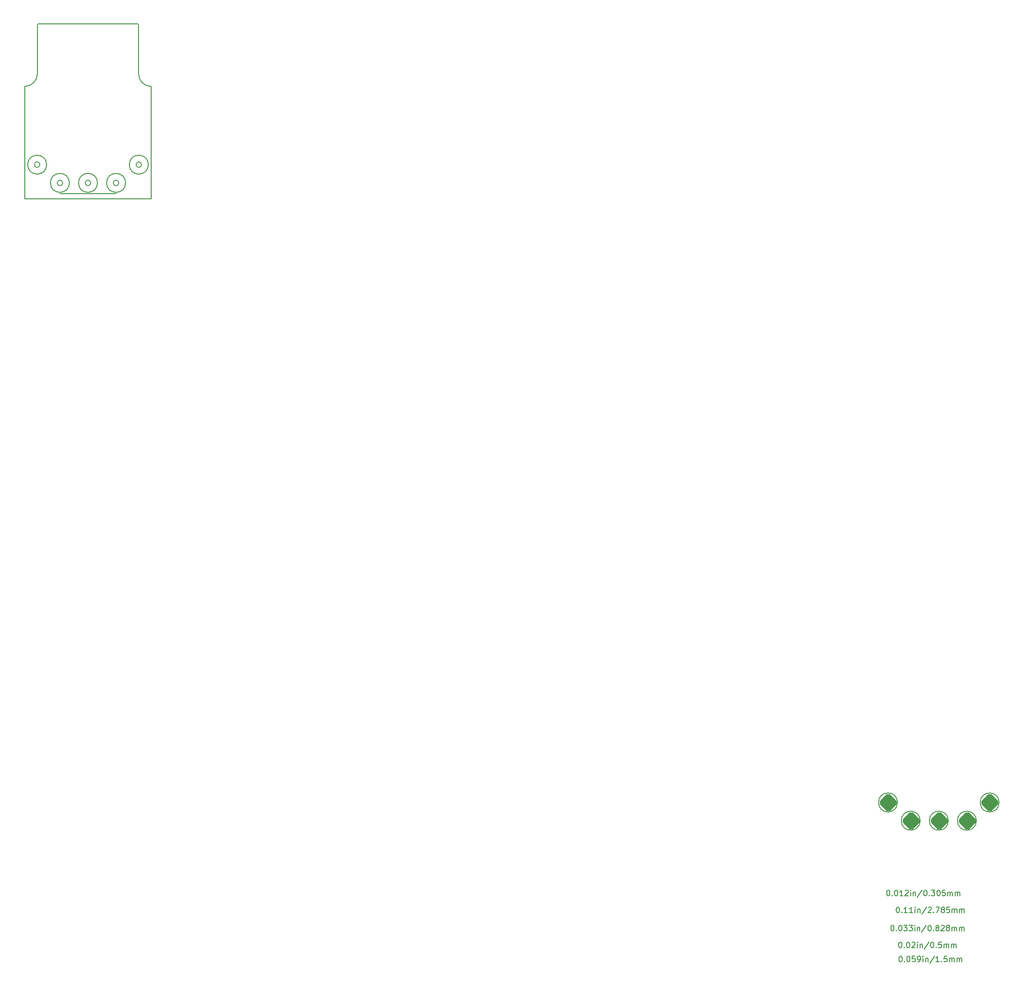
<source format=gbr>
%TF.GenerationSoftware,KiCad,Pcbnew,5.1.5-52549c5~84~ubuntu18.04.1*%
%TF.CreationDate,2020-01-16T23:25:26+01:00*%
%TF.ProjectId,hmcdaughter_dac,686d6364-6175-4676-9874-65725f646163,rev?*%
%TF.SameCoordinates,PX924f140PY6e75580*%
%TF.FileFunction,OtherDrawing,Comment*%
%FSLAX46Y46*%
G04 Gerber Fmt 4.6, Leading zero omitted, Abs format (unit mm)*
G04 Created by KiCad (PCBNEW 5.1.5-52549c5~84~ubuntu18.04.1) date 2020-01-16 23:25:26*
%MOMM*%
%LPD*%
G04 APERTURE LIST*
%ADD10C,0.150000*%
%ADD11C,0.254000*%
G04 APERTURE END LIST*
D10*
X4457700Y6540500D02*
G75*
G03X4457700Y6540500I-1714500J0D01*
G01*
X-132291200Y121983500D02*
G75*
G03X-132291200Y121983500I-500000J0D01*
G01*
X-136396000Y118681500D02*
G75*
G03X-136396000Y118681500I-500000J0D01*
G01*
X-141486000Y118681500D02*
G75*
G03X-141486000Y118681500I-500000J0D01*
G01*
X-146566000Y118681500D02*
G75*
G03X-146566000Y118681500I-500000J0D01*
G01*
X-150680800Y121983500D02*
G75*
G03X-150680800Y121983500I-500000J0D01*
G01*
X22847300Y6540500D02*
G75*
G03X22847300Y6540500I-1714500J0D01*
G01*
X8572500Y3238500D02*
G75*
G03X8572500Y3238500I-1714500J0D01*
G01*
X13652500Y3238500D02*
G75*
G03X13652500Y3238500I-1714500J0D01*
G01*
X18732500Y3238500D02*
G75*
G03X18732500Y3238500I-1714500J0D01*
G01*
X-147066000Y116713000D02*
X-136906000Y116713000D01*
X-135191500Y118681500D02*
G75*
G03X-135191500Y118681500I-1714500J0D01*
G01*
X-140271500Y118681500D02*
G75*
G03X-140271500Y118681500I-1714500J0D01*
G01*
X-145351500Y118681500D02*
G75*
G03X-145351500Y118681500I-1714500J0D01*
G01*
X-131076700Y121983500D02*
G75*
G03X-131076700Y121983500I-1714500J0D01*
G01*
X-149466300Y121983500D02*
G75*
G03X-149466300Y121983500I-1714500J0D01*
G01*
X-132842000Y147320000D02*
G75*
G03X-132969000Y147447000I-127000J0D01*
G01*
X-151003000Y147447000D02*
G75*
G03X-151130000Y147320000I0J-127000D01*
G01*
X-151130000Y138430000D02*
X-151130000Y147320000D01*
X-132842000Y138430000D02*
X-132842000Y147320000D01*
X-132842000Y138430000D02*
G75*
G03X-130556000Y136144000I2286000J0D01*
G01*
X-153416000Y136144000D02*
G75*
G03X-151130000Y138430000I0J2286000D01*
G01*
X-151003000Y147447000D02*
X-132969000Y147447000D01*
X-153416000Y115824000D02*
X-153416000Y136144000D01*
X-130556000Y115824000D02*
X-130556000Y136144000D01*
X-153416000Y115824000D02*
X-130556000Y115824000D01*
X4961619Y-21296380D02*
X5056857Y-21296380D01*
X5152095Y-21344000D01*
X5199714Y-21391619D01*
X5247333Y-21486857D01*
X5294952Y-21677333D01*
X5294952Y-21915428D01*
X5247333Y-22105904D01*
X5199714Y-22201142D01*
X5152095Y-22248761D01*
X5056857Y-22296380D01*
X4961619Y-22296380D01*
X4866380Y-22248761D01*
X4818761Y-22201142D01*
X4771142Y-22105904D01*
X4723523Y-21915428D01*
X4723523Y-21677333D01*
X4771142Y-21486857D01*
X4818761Y-21391619D01*
X4866380Y-21344000D01*
X4961619Y-21296380D01*
X5723523Y-22201142D02*
X5771142Y-22248761D01*
X5723523Y-22296380D01*
X5675904Y-22248761D01*
X5723523Y-22201142D01*
X5723523Y-22296380D01*
X6390190Y-21296380D02*
X6485428Y-21296380D01*
X6580666Y-21344000D01*
X6628285Y-21391619D01*
X6675904Y-21486857D01*
X6723523Y-21677333D01*
X6723523Y-21915428D01*
X6675904Y-22105904D01*
X6628285Y-22201142D01*
X6580666Y-22248761D01*
X6485428Y-22296380D01*
X6390190Y-22296380D01*
X6294952Y-22248761D01*
X6247333Y-22201142D01*
X6199714Y-22105904D01*
X6152095Y-21915428D01*
X6152095Y-21677333D01*
X6199714Y-21486857D01*
X6247333Y-21391619D01*
X6294952Y-21344000D01*
X6390190Y-21296380D01*
X7628285Y-21296380D02*
X7152095Y-21296380D01*
X7104476Y-21772571D01*
X7152095Y-21724952D01*
X7247333Y-21677333D01*
X7485428Y-21677333D01*
X7580666Y-21724952D01*
X7628285Y-21772571D01*
X7675904Y-21867809D01*
X7675904Y-22105904D01*
X7628285Y-22201142D01*
X7580666Y-22248761D01*
X7485428Y-22296380D01*
X7247333Y-22296380D01*
X7152095Y-22248761D01*
X7104476Y-22201142D01*
X8152095Y-22296380D02*
X8342571Y-22296380D01*
X8437809Y-22248761D01*
X8485428Y-22201142D01*
X8580666Y-22058285D01*
X8628285Y-21867809D01*
X8628285Y-21486857D01*
X8580666Y-21391619D01*
X8533047Y-21344000D01*
X8437809Y-21296380D01*
X8247333Y-21296380D01*
X8152095Y-21344000D01*
X8104476Y-21391619D01*
X8056857Y-21486857D01*
X8056857Y-21724952D01*
X8104476Y-21820190D01*
X8152095Y-21867809D01*
X8247333Y-21915428D01*
X8437809Y-21915428D01*
X8533047Y-21867809D01*
X8580666Y-21820190D01*
X8628285Y-21724952D01*
X9056857Y-22296380D02*
X9056857Y-21629714D01*
X9056857Y-21296380D02*
X9009238Y-21344000D01*
X9056857Y-21391619D01*
X9104476Y-21344000D01*
X9056857Y-21296380D01*
X9056857Y-21391619D01*
X9533047Y-21629714D02*
X9533047Y-22296380D01*
X9533047Y-21724952D02*
X9580666Y-21677333D01*
X9675904Y-21629714D01*
X9818761Y-21629714D01*
X9914000Y-21677333D01*
X9961619Y-21772571D01*
X9961619Y-22296380D01*
X11152095Y-21248761D02*
X10294952Y-22534476D01*
X12009238Y-22296380D02*
X11437809Y-22296380D01*
X11723523Y-22296380D02*
X11723523Y-21296380D01*
X11628285Y-21439238D01*
X11533047Y-21534476D01*
X11437809Y-21582095D01*
X12437809Y-22201142D02*
X12485428Y-22248761D01*
X12437809Y-22296380D01*
X12390190Y-22248761D01*
X12437809Y-22201142D01*
X12437809Y-22296380D01*
X13390190Y-21296380D02*
X12914000Y-21296380D01*
X12866380Y-21772571D01*
X12914000Y-21724952D01*
X13009238Y-21677333D01*
X13247333Y-21677333D01*
X13342571Y-21724952D01*
X13390190Y-21772571D01*
X13437809Y-21867809D01*
X13437809Y-22105904D01*
X13390190Y-22201142D01*
X13342571Y-22248761D01*
X13247333Y-22296380D01*
X13009238Y-22296380D01*
X12914000Y-22248761D01*
X12866380Y-22201142D01*
X13866380Y-22296380D02*
X13866380Y-21629714D01*
X13866380Y-21724952D02*
X13914000Y-21677333D01*
X14009238Y-21629714D01*
X14152095Y-21629714D01*
X14247333Y-21677333D01*
X14294952Y-21772571D01*
X14294952Y-22296380D01*
X14294952Y-21772571D02*
X14342571Y-21677333D01*
X14437809Y-21629714D01*
X14580666Y-21629714D01*
X14675904Y-21677333D01*
X14723523Y-21772571D01*
X14723523Y-22296380D01*
X15199714Y-22296380D02*
X15199714Y-21629714D01*
X15199714Y-21724952D02*
X15247333Y-21677333D01*
X15342571Y-21629714D01*
X15485428Y-21629714D01*
X15580666Y-21677333D01*
X15628285Y-21772571D01*
X15628285Y-22296380D01*
X15628285Y-21772571D02*
X15675904Y-21677333D01*
X15771142Y-21629714D01*
X15914000Y-21629714D01*
X16009238Y-21677333D01*
X16056857Y-21772571D01*
X16056857Y-22296380D01*
X4485428Y-12406380D02*
X4580666Y-12406380D01*
X4675904Y-12454000D01*
X4723523Y-12501619D01*
X4771142Y-12596857D01*
X4818761Y-12787333D01*
X4818761Y-13025428D01*
X4771142Y-13215904D01*
X4723523Y-13311142D01*
X4675904Y-13358761D01*
X4580666Y-13406380D01*
X4485428Y-13406380D01*
X4390190Y-13358761D01*
X4342571Y-13311142D01*
X4294952Y-13215904D01*
X4247333Y-13025428D01*
X4247333Y-12787333D01*
X4294952Y-12596857D01*
X4342571Y-12501619D01*
X4390190Y-12454000D01*
X4485428Y-12406380D01*
X5247333Y-13311142D02*
X5294952Y-13358761D01*
X5247333Y-13406380D01*
X5199714Y-13358761D01*
X5247333Y-13311142D01*
X5247333Y-13406380D01*
X6247333Y-13406380D02*
X5675904Y-13406380D01*
X5961619Y-13406380D02*
X5961619Y-12406380D01*
X5866380Y-12549238D01*
X5771142Y-12644476D01*
X5675904Y-12692095D01*
X7199714Y-13406380D02*
X6628285Y-13406380D01*
X6914000Y-13406380D02*
X6914000Y-12406380D01*
X6818761Y-12549238D01*
X6723523Y-12644476D01*
X6628285Y-12692095D01*
X7628285Y-13406380D02*
X7628285Y-12739714D01*
X7628285Y-12406380D02*
X7580666Y-12454000D01*
X7628285Y-12501619D01*
X7675904Y-12454000D01*
X7628285Y-12406380D01*
X7628285Y-12501619D01*
X8104476Y-12739714D02*
X8104476Y-13406380D01*
X8104476Y-12834952D02*
X8152095Y-12787333D01*
X8247333Y-12739714D01*
X8390190Y-12739714D01*
X8485428Y-12787333D01*
X8533047Y-12882571D01*
X8533047Y-13406380D01*
X9723523Y-12358761D02*
X8866380Y-13644476D01*
X10009238Y-12501619D02*
X10056857Y-12454000D01*
X10152095Y-12406380D01*
X10390190Y-12406380D01*
X10485428Y-12454000D01*
X10533047Y-12501619D01*
X10580666Y-12596857D01*
X10580666Y-12692095D01*
X10533047Y-12834952D01*
X9961619Y-13406380D01*
X10580666Y-13406380D01*
X11009238Y-13311142D02*
X11056857Y-13358761D01*
X11009238Y-13406380D01*
X10961619Y-13358761D01*
X11009238Y-13311142D01*
X11009238Y-13406380D01*
X11390190Y-12406380D02*
X12056857Y-12406380D01*
X11628285Y-13406380D01*
X12580666Y-12834952D02*
X12485428Y-12787333D01*
X12437809Y-12739714D01*
X12390190Y-12644476D01*
X12390190Y-12596857D01*
X12437809Y-12501619D01*
X12485428Y-12454000D01*
X12580666Y-12406380D01*
X12771142Y-12406380D01*
X12866380Y-12454000D01*
X12914000Y-12501619D01*
X12961619Y-12596857D01*
X12961619Y-12644476D01*
X12914000Y-12739714D01*
X12866380Y-12787333D01*
X12771142Y-12834952D01*
X12580666Y-12834952D01*
X12485428Y-12882571D01*
X12437809Y-12930190D01*
X12390190Y-13025428D01*
X12390190Y-13215904D01*
X12437809Y-13311142D01*
X12485428Y-13358761D01*
X12580666Y-13406380D01*
X12771142Y-13406380D01*
X12866380Y-13358761D01*
X12914000Y-13311142D01*
X12961619Y-13215904D01*
X12961619Y-13025428D01*
X12914000Y-12930190D01*
X12866380Y-12882571D01*
X12771142Y-12834952D01*
X13866380Y-12406380D02*
X13390190Y-12406380D01*
X13342571Y-12882571D01*
X13390190Y-12834952D01*
X13485428Y-12787333D01*
X13723523Y-12787333D01*
X13818761Y-12834952D01*
X13866380Y-12882571D01*
X13914000Y-12977809D01*
X13914000Y-13215904D01*
X13866380Y-13311142D01*
X13818761Y-13358761D01*
X13723523Y-13406380D01*
X13485428Y-13406380D01*
X13390190Y-13358761D01*
X13342571Y-13311142D01*
X14342571Y-13406380D02*
X14342571Y-12739714D01*
X14342571Y-12834952D02*
X14390190Y-12787333D01*
X14485428Y-12739714D01*
X14628285Y-12739714D01*
X14723523Y-12787333D01*
X14771142Y-12882571D01*
X14771142Y-13406380D01*
X14771142Y-12882571D02*
X14818761Y-12787333D01*
X14914000Y-12739714D01*
X15056857Y-12739714D01*
X15152095Y-12787333D01*
X15199714Y-12882571D01*
X15199714Y-13406380D01*
X15675904Y-13406380D02*
X15675904Y-12739714D01*
X15675904Y-12834952D02*
X15723523Y-12787333D01*
X15818761Y-12739714D01*
X15961619Y-12739714D01*
X16056857Y-12787333D01*
X16104476Y-12882571D01*
X16104476Y-13406380D01*
X16104476Y-12882571D02*
X16152095Y-12787333D01*
X16247333Y-12739714D01*
X16390190Y-12739714D01*
X16485428Y-12787333D01*
X16533047Y-12882571D01*
X16533047Y-13406380D01*
X3501238Y-15708380D02*
X3596476Y-15708380D01*
X3691714Y-15756000D01*
X3739333Y-15803619D01*
X3786952Y-15898857D01*
X3834571Y-16089333D01*
X3834571Y-16327428D01*
X3786952Y-16517904D01*
X3739333Y-16613142D01*
X3691714Y-16660761D01*
X3596476Y-16708380D01*
X3501238Y-16708380D01*
X3406000Y-16660761D01*
X3358380Y-16613142D01*
X3310761Y-16517904D01*
X3263142Y-16327428D01*
X3263142Y-16089333D01*
X3310761Y-15898857D01*
X3358380Y-15803619D01*
X3406000Y-15756000D01*
X3501238Y-15708380D01*
X4263142Y-16613142D02*
X4310761Y-16660761D01*
X4263142Y-16708380D01*
X4215523Y-16660761D01*
X4263142Y-16613142D01*
X4263142Y-16708380D01*
X4929809Y-15708380D02*
X5025047Y-15708380D01*
X5120285Y-15756000D01*
X5167904Y-15803619D01*
X5215523Y-15898857D01*
X5263142Y-16089333D01*
X5263142Y-16327428D01*
X5215523Y-16517904D01*
X5167904Y-16613142D01*
X5120285Y-16660761D01*
X5025047Y-16708380D01*
X4929809Y-16708380D01*
X4834571Y-16660761D01*
X4786952Y-16613142D01*
X4739333Y-16517904D01*
X4691714Y-16327428D01*
X4691714Y-16089333D01*
X4739333Y-15898857D01*
X4786952Y-15803619D01*
X4834571Y-15756000D01*
X4929809Y-15708380D01*
X5596476Y-15708380D02*
X6215523Y-15708380D01*
X5882190Y-16089333D01*
X6025047Y-16089333D01*
X6120285Y-16136952D01*
X6167904Y-16184571D01*
X6215523Y-16279809D01*
X6215523Y-16517904D01*
X6167904Y-16613142D01*
X6120285Y-16660761D01*
X6025047Y-16708380D01*
X5739333Y-16708380D01*
X5644095Y-16660761D01*
X5596476Y-16613142D01*
X6548857Y-15708380D02*
X7167904Y-15708380D01*
X6834571Y-16089333D01*
X6977428Y-16089333D01*
X7072666Y-16136952D01*
X7120285Y-16184571D01*
X7167904Y-16279809D01*
X7167904Y-16517904D01*
X7120285Y-16613142D01*
X7072666Y-16660761D01*
X6977428Y-16708380D01*
X6691714Y-16708380D01*
X6596476Y-16660761D01*
X6548857Y-16613142D01*
X7596476Y-16708380D02*
X7596476Y-16041714D01*
X7596476Y-15708380D02*
X7548857Y-15756000D01*
X7596476Y-15803619D01*
X7644095Y-15756000D01*
X7596476Y-15708380D01*
X7596476Y-15803619D01*
X8072666Y-16041714D02*
X8072666Y-16708380D01*
X8072666Y-16136952D02*
X8120285Y-16089333D01*
X8215523Y-16041714D01*
X8358380Y-16041714D01*
X8453619Y-16089333D01*
X8501238Y-16184571D01*
X8501238Y-16708380D01*
X9691714Y-15660761D02*
X8834571Y-16946476D01*
X10215523Y-15708380D02*
X10310761Y-15708380D01*
X10406000Y-15756000D01*
X10453619Y-15803619D01*
X10501238Y-15898857D01*
X10548857Y-16089333D01*
X10548857Y-16327428D01*
X10501238Y-16517904D01*
X10453619Y-16613142D01*
X10406000Y-16660761D01*
X10310761Y-16708380D01*
X10215523Y-16708380D01*
X10120285Y-16660761D01*
X10072666Y-16613142D01*
X10025047Y-16517904D01*
X9977428Y-16327428D01*
X9977428Y-16089333D01*
X10025047Y-15898857D01*
X10072666Y-15803619D01*
X10120285Y-15756000D01*
X10215523Y-15708380D01*
X10977428Y-16613142D02*
X11025047Y-16660761D01*
X10977428Y-16708380D01*
X10929809Y-16660761D01*
X10977428Y-16613142D01*
X10977428Y-16708380D01*
X11596476Y-16136952D02*
X11501238Y-16089333D01*
X11453619Y-16041714D01*
X11406000Y-15946476D01*
X11406000Y-15898857D01*
X11453619Y-15803619D01*
X11501238Y-15756000D01*
X11596476Y-15708380D01*
X11786952Y-15708380D01*
X11882190Y-15756000D01*
X11929809Y-15803619D01*
X11977428Y-15898857D01*
X11977428Y-15946476D01*
X11929809Y-16041714D01*
X11882190Y-16089333D01*
X11786952Y-16136952D01*
X11596476Y-16136952D01*
X11501238Y-16184571D01*
X11453619Y-16232190D01*
X11406000Y-16327428D01*
X11406000Y-16517904D01*
X11453619Y-16613142D01*
X11501238Y-16660761D01*
X11596476Y-16708380D01*
X11786952Y-16708380D01*
X11882190Y-16660761D01*
X11929809Y-16613142D01*
X11977428Y-16517904D01*
X11977428Y-16327428D01*
X11929809Y-16232190D01*
X11882190Y-16184571D01*
X11786952Y-16136952D01*
X12358380Y-15803619D02*
X12406000Y-15756000D01*
X12501238Y-15708380D01*
X12739333Y-15708380D01*
X12834571Y-15756000D01*
X12882190Y-15803619D01*
X12929809Y-15898857D01*
X12929809Y-15994095D01*
X12882190Y-16136952D01*
X12310761Y-16708380D01*
X12929809Y-16708380D01*
X13501238Y-16136952D02*
X13406000Y-16089333D01*
X13358380Y-16041714D01*
X13310761Y-15946476D01*
X13310761Y-15898857D01*
X13358380Y-15803619D01*
X13406000Y-15756000D01*
X13501238Y-15708380D01*
X13691714Y-15708380D01*
X13786952Y-15756000D01*
X13834571Y-15803619D01*
X13882190Y-15898857D01*
X13882190Y-15946476D01*
X13834571Y-16041714D01*
X13786952Y-16089333D01*
X13691714Y-16136952D01*
X13501238Y-16136952D01*
X13406000Y-16184571D01*
X13358380Y-16232190D01*
X13310761Y-16327428D01*
X13310761Y-16517904D01*
X13358380Y-16613142D01*
X13406000Y-16660761D01*
X13501238Y-16708380D01*
X13691714Y-16708380D01*
X13786952Y-16660761D01*
X13834571Y-16613142D01*
X13882190Y-16517904D01*
X13882190Y-16327428D01*
X13834571Y-16232190D01*
X13786952Y-16184571D01*
X13691714Y-16136952D01*
X14310761Y-16708380D02*
X14310761Y-16041714D01*
X14310761Y-16136952D02*
X14358380Y-16089333D01*
X14453619Y-16041714D01*
X14596476Y-16041714D01*
X14691714Y-16089333D01*
X14739333Y-16184571D01*
X14739333Y-16708380D01*
X14739333Y-16184571D02*
X14786952Y-16089333D01*
X14882190Y-16041714D01*
X15025047Y-16041714D01*
X15120285Y-16089333D01*
X15167904Y-16184571D01*
X15167904Y-16708380D01*
X15644095Y-16708380D02*
X15644095Y-16041714D01*
X15644095Y-16136952D02*
X15691714Y-16089333D01*
X15786952Y-16041714D01*
X15929809Y-16041714D01*
X16025047Y-16089333D01*
X16072666Y-16184571D01*
X16072666Y-16708380D01*
X16072666Y-16184571D02*
X16120285Y-16089333D01*
X16215523Y-16041714D01*
X16358380Y-16041714D01*
X16453619Y-16089333D01*
X16501238Y-16184571D01*
X16501238Y-16708380D01*
X2739238Y-9358380D02*
X2834476Y-9358380D01*
X2929714Y-9406000D01*
X2977333Y-9453619D01*
X3024952Y-9548857D01*
X3072571Y-9739333D01*
X3072571Y-9977428D01*
X3024952Y-10167904D01*
X2977333Y-10263142D01*
X2929714Y-10310761D01*
X2834476Y-10358380D01*
X2739238Y-10358380D01*
X2644000Y-10310761D01*
X2596380Y-10263142D01*
X2548761Y-10167904D01*
X2501142Y-9977428D01*
X2501142Y-9739333D01*
X2548761Y-9548857D01*
X2596380Y-9453619D01*
X2644000Y-9406000D01*
X2739238Y-9358380D01*
X3501142Y-10263142D02*
X3548761Y-10310761D01*
X3501142Y-10358380D01*
X3453523Y-10310761D01*
X3501142Y-10263142D01*
X3501142Y-10358380D01*
X4167809Y-9358380D02*
X4263047Y-9358380D01*
X4358285Y-9406000D01*
X4405904Y-9453619D01*
X4453523Y-9548857D01*
X4501142Y-9739333D01*
X4501142Y-9977428D01*
X4453523Y-10167904D01*
X4405904Y-10263142D01*
X4358285Y-10310761D01*
X4263047Y-10358380D01*
X4167809Y-10358380D01*
X4072571Y-10310761D01*
X4024952Y-10263142D01*
X3977333Y-10167904D01*
X3929714Y-9977428D01*
X3929714Y-9739333D01*
X3977333Y-9548857D01*
X4024952Y-9453619D01*
X4072571Y-9406000D01*
X4167809Y-9358380D01*
X5453523Y-10358380D02*
X4882095Y-10358380D01*
X5167809Y-10358380D02*
X5167809Y-9358380D01*
X5072571Y-9501238D01*
X4977333Y-9596476D01*
X4882095Y-9644095D01*
X5834476Y-9453619D02*
X5882095Y-9406000D01*
X5977333Y-9358380D01*
X6215428Y-9358380D01*
X6310666Y-9406000D01*
X6358285Y-9453619D01*
X6405904Y-9548857D01*
X6405904Y-9644095D01*
X6358285Y-9786952D01*
X5786857Y-10358380D01*
X6405904Y-10358380D01*
X6834476Y-10358380D02*
X6834476Y-9691714D01*
X6834476Y-9358380D02*
X6786857Y-9406000D01*
X6834476Y-9453619D01*
X6882095Y-9406000D01*
X6834476Y-9358380D01*
X6834476Y-9453619D01*
X7310666Y-9691714D02*
X7310666Y-10358380D01*
X7310666Y-9786952D02*
X7358285Y-9739333D01*
X7453523Y-9691714D01*
X7596380Y-9691714D01*
X7691619Y-9739333D01*
X7739238Y-9834571D01*
X7739238Y-10358380D01*
X8929714Y-9310761D02*
X8072571Y-10596476D01*
X9453523Y-9358380D02*
X9548761Y-9358380D01*
X9644000Y-9406000D01*
X9691619Y-9453619D01*
X9739238Y-9548857D01*
X9786857Y-9739333D01*
X9786857Y-9977428D01*
X9739238Y-10167904D01*
X9691619Y-10263142D01*
X9644000Y-10310761D01*
X9548761Y-10358380D01*
X9453523Y-10358380D01*
X9358285Y-10310761D01*
X9310666Y-10263142D01*
X9263047Y-10167904D01*
X9215428Y-9977428D01*
X9215428Y-9739333D01*
X9263047Y-9548857D01*
X9310666Y-9453619D01*
X9358285Y-9406000D01*
X9453523Y-9358380D01*
X10215428Y-10263142D02*
X10263047Y-10310761D01*
X10215428Y-10358380D01*
X10167809Y-10310761D01*
X10215428Y-10263142D01*
X10215428Y-10358380D01*
X10596380Y-9358380D02*
X11215428Y-9358380D01*
X10882095Y-9739333D01*
X11024952Y-9739333D01*
X11120190Y-9786952D01*
X11167809Y-9834571D01*
X11215428Y-9929809D01*
X11215428Y-10167904D01*
X11167809Y-10263142D01*
X11120190Y-10310761D01*
X11024952Y-10358380D01*
X10739238Y-10358380D01*
X10644000Y-10310761D01*
X10596380Y-10263142D01*
X11834476Y-9358380D02*
X11929714Y-9358380D01*
X12024952Y-9406000D01*
X12072571Y-9453619D01*
X12120190Y-9548857D01*
X12167809Y-9739333D01*
X12167809Y-9977428D01*
X12120190Y-10167904D01*
X12072571Y-10263142D01*
X12024952Y-10310761D01*
X11929714Y-10358380D01*
X11834476Y-10358380D01*
X11739238Y-10310761D01*
X11691619Y-10263142D01*
X11644000Y-10167904D01*
X11596380Y-9977428D01*
X11596380Y-9739333D01*
X11644000Y-9548857D01*
X11691619Y-9453619D01*
X11739238Y-9406000D01*
X11834476Y-9358380D01*
X13072571Y-9358380D02*
X12596380Y-9358380D01*
X12548761Y-9834571D01*
X12596380Y-9786952D01*
X12691619Y-9739333D01*
X12929714Y-9739333D01*
X13024952Y-9786952D01*
X13072571Y-9834571D01*
X13120190Y-9929809D01*
X13120190Y-10167904D01*
X13072571Y-10263142D01*
X13024952Y-10310761D01*
X12929714Y-10358380D01*
X12691619Y-10358380D01*
X12596380Y-10310761D01*
X12548761Y-10263142D01*
X13548761Y-10358380D02*
X13548761Y-9691714D01*
X13548761Y-9786952D02*
X13596380Y-9739333D01*
X13691619Y-9691714D01*
X13834476Y-9691714D01*
X13929714Y-9739333D01*
X13977333Y-9834571D01*
X13977333Y-10358380D01*
X13977333Y-9834571D02*
X14024952Y-9739333D01*
X14120190Y-9691714D01*
X14263047Y-9691714D01*
X14358285Y-9739333D01*
X14405904Y-9834571D01*
X14405904Y-10358380D01*
X14882095Y-10358380D02*
X14882095Y-9691714D01*
X14882095Y-9786952D02*
X14929714Y-9739333D01*
X15024952Y-9691714D01*
X15167809Y-9691714D01*
X15263047Y-9739333D01*
X15310666Y-9834571D01*
X15310666Y-10358380D01*
X15310666Y-9834571D02*
X15358285Y-9739333D01*
X15453523Y-9691714D01*
X15596380Y-9691714D01*
X15691619Y-9739333D01*
X15739238Y-9834571D01*
X15739238Y-10358380D01*
X4929809Y-18756380D02*
X5025047Y-18756380D01*
X5120285Y-18804000D01*
X5167904Y-18851619D01*
X5215523Y-18946857D01*
X5263142Y-19137333D01*
X5263142Y-19375428D01*
X5215523Y-19565904D01*
X5167904Y-19661142D01*
X5120285Y-19708761D01*
X5025047Y-19756380D01*
X4929809Y-19756380D01*
X4834571Y-19708761D01*
X4786952Y-19661142D01*
X4739333Y-19565904D01*
X4691714Y-19375428D01*
X4691714Y-19137333D01*
X4739333Y-18946857D01*
X4786952Y-18851619D01*
X4834571Y-18804000D01*
X4929809Y-18756380D01*
X5691714Y-19661142D02*
X5739333Y-19708761D01*
X5691714Y-19756380D01*
X5644095Y-19708761D01*
X5691714Y-19661142D01*
X5691714Y-19756380D01*
X6358380Y-18756380D02*
X6453619Y-18756380D01*
X6548857Y-18804000D01*
X6596476Y-18851619D01*
X6644095Y-18946857D01*
X6691714Y-19137333D01*
X6691714Y-19375428D01*
X6644095Y-19565904D01*
X6596476Y-19661142D01*
X6548857Y-19708761D01*
X6453619Y-19756380D01*
X6358380Y-19756380D01*
X6263142Y-19708761D01*
X6215523Y-19661142D01*
X6167904Y-19565904D01*
X6120285Y-19375428D01*
X6120285Y-19137333D01*
X6167904Y-18946857D01*
X6215523Y-18851619D01*
X6263142Y-18804000D01*
X6358380Y-18756380D01*
X7072666Y-18851619D02*
X7120285Y-18804000D01*
X7215523Y-18756380D01*
X7453619Y-18756380D01*
X7548857Y-18804000D01*
X7596476Y-18851619D01*
X7644095Y-18946857D01*
X7644095Y-19042095D01*
X7596476Y-19184952D01*
X7025047Y-19756380D01*
X7644095Y-19756380D01*
X8072666Y-19756380D02*
X8072666Y-19089714D01*
X8072666Y-18756380D02*
X8025047Y-18804000D01*
X8072666Y-18851619D01*
X8120285Y-18804000D01*
X8072666Y-18756380D01*
X8072666Y-18851619D01*
X8548857Y-19089714D02*
X8548857Y-19756380D01*
X8548857Y-19184952D02*
X8596476Y-19137333D01*
X8691714Y-19089714D01*
X8834571Y-19089714D01*
X8929809Y-19137333D01*
X8977428Y-19232571D01*
X8977428Y-19756380D01*
X10167904Y-18708761D02*
X9310761Y-19994476D01*
X10691714Y-18756380D02*
X10786952Y-18756380D01*
X10882190Y-18804000D01*
X10929809Y-18851619D01*
X10977428Y-18946857D01*
X11025047Y-19137333D01*
X11025047Y-19375428D01*
X10977428Y-19565904D01*
X10929809Y-19661142D01*
X10882190Y-19708761D01*
X10786952Y-19756380D01*
X10691714Y-19756380D01*
X10596476Y-19708761D01*
X10548857Y-19661142D01*
X10501238Y-19565904D01*
X10453619Y-19375428D01*
X10453619Y-19137333D01*
X10501238Y-18946857D01*
X10548857Y-18851619D01*
X10596476Y-18804000D01*
X10691714Y-18756380D01*
X11453619Y-19661142D02*
X11501238Y-19708761D01*
X11453619Y-19756380D01*
X11406000Y-19708761D01*
X11453619Y-19661142D01*
X11453619Y-19756380D01*
X12406000Y-18756380D02*
X11929809Y-18756380D01*
X11882190Y-19232571D01*
X11929809Y-19184952D01*
X12025047Y-19137333D01*
X12263142Y-19137333D01*
X12358380Y-19184952D01*
X12406000Y-19232571D01*
X12453619Y-19327809D01*
X12453619Y-19565904D01*
X12406000Y-19661142D01*
X12358380Y-19708761D01*
X12263142Y-19756380D01*
X12025047Y-19756380D01*
X11929809Y-19708761D01*
X11882190Y-19661142D01*
X12882190Y-19756380D02*
X12882190Y-19089714D01*
X12882190Y-19184952D02*
X12929809Y-19137333D01*
X13025047Y-19089714D01*
X13167904Y-19089714D01*
X13263142Y-19137333D01*
X13310761Y-19232571D01*
X13310761Y-19756380D01*
X13310761Y-19232571D02*
X13358380Y-19137333D01*
X13453619Y-19089714D01*
X13596476Y-19089714D01*
X13691714Y-19137333D01*
X13739333Y-19232571D01*
X13739333Y-19756380D01*
X14215523Y-19756380D02*
X14215523Y-19089714D01*
X14215523Y-19184952D02*
X14263142Y-19137333D01*
X14358380Y-19089714D01*
X14501238Y-19089714D01*
X14596476Y-19137333D01*
X14644095Y-19232571D01*
X14644095Y-19756380D01*
X14644095Y-19232571D02*
X14691714Y-19137333D01*
X14786952Y-19089714D01*
X14929809Y-19089714D01*
X15025047Y-19137333D01*
X15072666Y-19232571D01*
X15072666Y-19756380D01*
D11*
G36*
X13347700Y3427194D02*
G01*
X13347700Y3024406D01*
X12152094Y1828800D01*
X11749306Y1828800D01*
X10553700Y3024406D01*
X10553700Y3427194D01*
X11749306Y4622800D01*
X12152094Y4622800D01*
X13347700Y3427194D01*
G37*
X13347700Y3427194D02*
X13347700Y3024406D01*
X12152094Y1828800D01*
X11749306Y1828800D01*
X10553700Y3024406D01*
X10553700Y3427194D01*
X11749306Y4622800D01*
X12152094Y4622800D01*
X13347700Y3427194D01*
G36*
X8267700Y3439894D02*
G01*
X8267700Y3037106D01*
X7072094Y1841500D01*
X6669306Y1841500D01*
X5473700Y3037106D01*
X5473700Y3439894D01*
X6669306Y4635500D01*
X7072094Y4635500D01*
X8267700Y3439894D01*
G37*
X8267700Y3439894D02*
X8267700Y3037106D01*
X7072094Y1841500D01*
X6669306Y1841500D01*
X5473700Y3037106D01*
X5473700Y3439894D01*
X6669306Y4635500D01*
X7072094Y4635500D01*
X8267700Y3439894D01*
G36*
X18427700Y3427194D02*
G01*
X18427700Y3024406D01*
X17232094Y1828800D01*
X16829306Y1828800D01*
X15633700Y3024406D01*
X15633700Y3427194D01*
X16829306Y4622800D01*
X17232094Y4622800D01*
X18427700Y3427194D01*
G37*
X18427700Y3427194D02*
X18427700Y3024406D01*
X17232094Y1828800D01*
X16829306Y1828800D01*
X15633700Y3024406D01*
X15633700Y3427194D01*
X16829306Y4622800D01*
X17232094Y4622800D01*
X18427700Y3427194D01*
G36*
X22542500Y6741894D02*
G01*
X22542500Y6339106D01*
X21346894Y5143500D01*
X20944106Y5143500D01*
X19748500Y6339106D01*
X19748500Y6741894D01*
X20944106Y7937500D01*
X21346894Y7937500D01*
X22542500Y6741894D01*
G37*
X22542500Y6741894D02*
X22542500Y6339106D01*
X21346894Y5143500D01*
X20944106Y5143500D01*
X19748500Y6339106D01*
X19748500Y6741894D01*
X20944106Y7937500D01*
X21346894Y7937500D01*
X22542500Y6741894D01*
G36*
X4127500Y6754594D02*
G01*
X4127500Y6351806D01*
X2931894Y5156200D01*
X2529106Y5156200D01*
X1333500Y6351806D01*
X1333500Y6754594D01*
X2529106Y7950200D01*
X2931894Y7950200D01*
X4127500Y6754594D01*
G37*
X4127500Y6754594D02*
X4127500Y6351806D01*
X2931894Y5156200D01*
X2529106Y5156200D01*
X1333500Y6351806D01*
X1333500Y6754594D01*
X2529106Y7950200D01*
X2931894Y7950200D01*
X4127500Y6754594D01*
M02*

</source>
